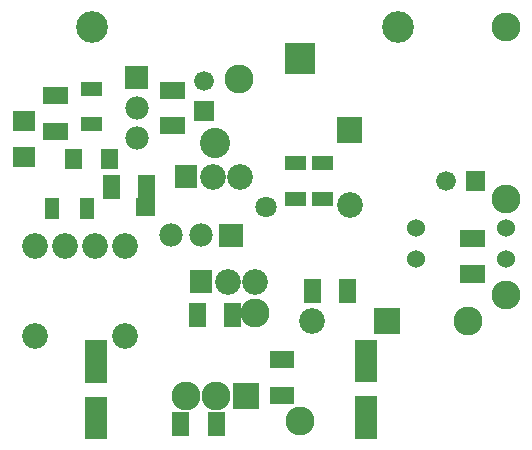
<source format=gbs>
G04 start of page 7 for group -4062 idx -4062 *
G04 Title: (unknown), soldermask *
G04 Creator: pcb-gtk 20140316 *
G04 CreationDate: Tue 27 Oct 2015 12:33:52 PM GMT UTC *
G04 For: janik *
G04 Format: Gerber/RS-274X *
G04 PCB-Dimensions (mm): 45.72 38.10 *
G04 PCB-Coordinate-Origin: lower left *
%MOMM*%
%FSLAX43Y43*%
%LNGBS*%
%ADD87R,1.816X1.816*%
%ADD86R,1.676X1.676*%
%ADD85R,1.422X1.422*%
%ADD84R,1.452X1.452*%
%ADD83R,1.198X1.198*%
%ADD82C,2.692*%
%ADD81C,1.803*%
%ADD80C,2.184*%
%ADD79C,1.524*%
%ADD78C,2.565*%
%ADD77C,2.438*%
%ADD76C,1.981*%
%ADD75C,1.676*%
%ADD74C,0.002*%
G54D74*G36*
X16180Y29286D02*Y27610D01*
X17856D01*
Y29286D01*
X16180D01*
G37*
G54D75*X17018Y30988D03*
G54D74*G36*
X10312Y32233D02*Y30251D01*
X12294D01*
Y32233D01*
X10312D01*
G37*
G54D76*X11303Y28702D03*
Y26162D03*
G54D77*X19939Y31115D03*
G54D74*G36*
X23866Y34157D02*Y31591D01*
X26431D01*
Y34157D01*
X23866D01*
G37*
G54D78*X17964Y25690D03*
G54D77*X42545Y12827D03*
Y20955D03*
G54D79*X34925Y18542D03*
X42545D03*
X34925Y15875D03*
X42545D03*
G54D77*Y35560D03*
G54D74*G36*
X39167Y23317D02*Y21641D01*
X40843D01*
Y23317D01*
X39167D01*
G37*
G54D75*X37465Y22479D03*
G54D74*G36*
X28245Y27889D02*Y25705D01*
X30429D01*
Y27889D01*
X28245D01*
G37*
G54D80*X29337Y20447D03*
G54D77*X39370Y10668D03*
G54D74*G36*
X31420Y11760D02*Y9576D01*
X33604D01*
Y11760D01*
X31420D01*
G37*
G36*
X19482Y5410D02*Y3226D01*
X21666D01*
Y5410D01*
X19482D01*
G37*
G54D77*X18034Y4318D03*
X15494D03*
X25146Y2159D03*
G54D80*X26162Y10668D03*
X10287Y9398D03*
X2667D03*
G54D77*X21336Y11303D03*
G54D74*G36*
X14529Y23825D02*Y21895D01*
X16459D01*
Y23825D01*
X14529D01*
G37*
G54D76*X16764Y17907D03*
X14224D03*
G54D80*X17780Y22860D03*
X20066D03*
X10287Y17018D03*
X7747D03*
X5207D03*
X2667D03*
G54D74*G36*
X15799Y14935D02*Y13005D01*
X17729D01*
Y14935D01*
X15799D01*
G37*
G54D80*X19050Y13970D03*
X21336D03*
G54D74*G36*
X18313Y18898D02*Y16916D01*
X20295D01*
Y18898D01*
X18313D01*
G37*
G36*
X11290Y21095D02*Y19545D01*
X12840D01*
Y21095D01*
X11290D01*
G37*
G54D81*X22225Y20320D03*
G54D82*X33401Y35560D03*
X7493D03*
G54D83*X7112Y20493D02*Y19893D01*
X4112Y20493D02*Y19893D01*
G54D84*X9168Y22271D02*Y21671D01*
G54D85*X9017Y24511D02*Y24257D01*
G54D84*X12168Y22271D02*Y21671D01*
G54D83*X7193Y27305D02*X7793D01*
G54D84*X14051Y27178D02*X14651D01*
G54D83*X7193Y30305D02*X7793D01*
G54D84*X14051Y30178D02*X14651D01*
X4145Y29718D02*X4745D01*
X4145Y26718D02*X4745D01*
G54D86*X1651Y24511D02*X1905D01*
X1651Y27559D02*X1905D01*
G54D85*X5969Y24511D02*Y24257D01*
G54D84*X23322Y4366D02*X23922D01*
X23322Y7366D02*X23922D01*
G54D87*X30734Y3352D02*Y1552D01*
X7874Y3339D02*Y1539D01*
Y8139D02*Y6339D01*
G54D84*X15034Y2205D02*Y1605D01*
X16431Y11476D02*Y10876D01*
X19431Y11476D02*Y10876D01*
X18034Y2205D02*Y1605D01*
G54D83*X24465Y24003D02*X25065D01*
X24465Y21003D02*X25065D01*
X26751Y24003D02*X27351D01*
X26751Y21003D02*X27351D01*
G54D84*X39451Y17629D02*X40051D01*
X39451Y14629D02*X40051D01*
X29162Y13508D02*Y12908D01*
X26162Y13508D02*Y12908D01*
G54D87*X30734Y8152D02*Y6352D01*
M02*

</source>
